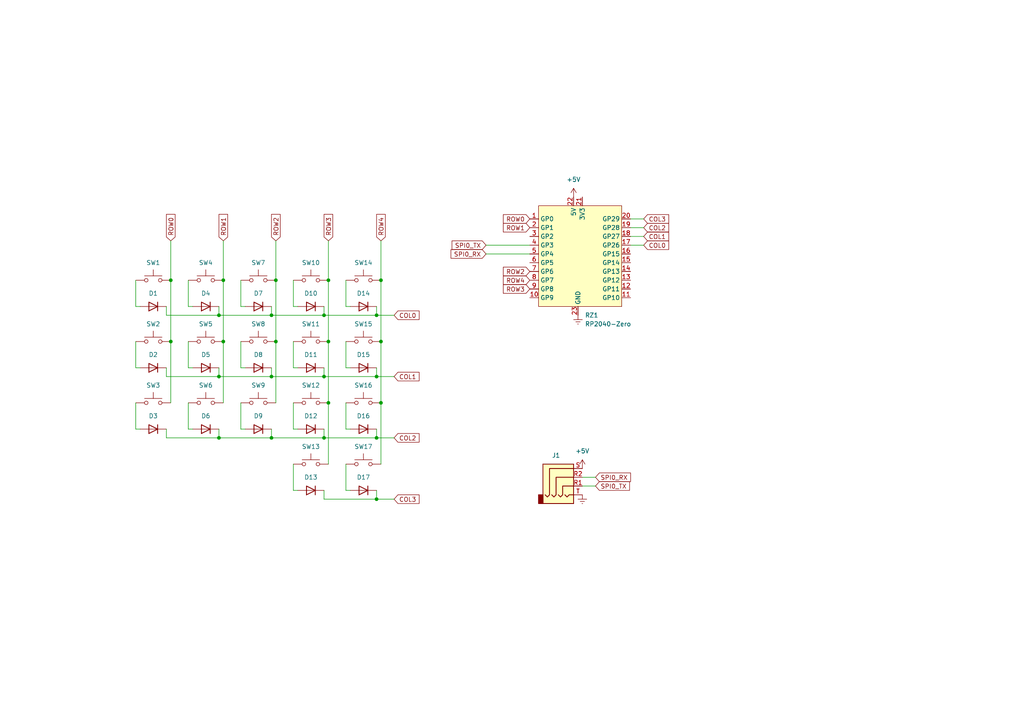
<source format=kicad_sch>
(kicad_sch (version 20211123) (generator eeschema)
  (paper "A4")
  (title_block (title "Moonkey") (date "2022-12-08") (rev "0.0.1b"))
  (lib_symbols
    (symbol "Connector:AudioJack4"
      (property "Reference" "J" (at 0 8.89 0))
      (property "Value" "AudioJack4" (at 0 6.35 0))
      (symbol "AudioJack4_0_1"
        (rectangle (start -6.35 -5.08) (end -7.62 -7.62) (stroke (width 0.254)) (fill (type outline)))
        (polyline (pts (xy 0 -5.08) (xy 0.635 -5.715) (xy 1.27 -5.08) (xy 2.54 -5.08)) (stroke (width 0.254)))
        (polyline (pts (xy -5.715 -5.08) (xy -5.08 -5.715) (xy -4.445 -5.08) (xy -4.445 2.54) (xy 2.54 2.54)) (stroke (width 0.254)))
        (polyline (pts (xy -1.905 -5.08) (xy -1.27 -5.715) (xy -0.635 -5.08) (xy -0.635 -2.54) (xy 2.54 -2.54)) (stroke (width 0.254)))
        (polyline (pts (xy 2.54 0) (xy -2.54 0) (xy -2.54 -5.08) (xy -3.175 -5.715) (xy -3.81 -5.08)) (stroke (width 0.254)))
        (rectangle (start 2.54 3.81) (end -6.35 -7.62) (stroke (width 0.254)) (fill (type background)))
      )
      (symbol "AudioJack4_1_1"
        (pin passive line (at 5.08 -2.54 180) (length 2.54) (name "~") (number "R1"))
        (pin passive line (at 5.08 0 180) (length 2.54) (name "~") (number "R2"))
        (pin passive line (at 5.08 2.54 180) (length 2.54) (name "~") (number "S"))
        (pin passive line (at 5.08 -5.08 180) (length 2.54) (name "~") (number "T"))
      )
    )
    (symbol "Diode:1N4148" (pin_numbers hide) (pin_names hide)
      (property "Reference" "D" (at 0 2.54 0))
      (property "Value" "1N4148" (at 0 -2.54 0))
      (symbol "1N4148_0_1"
        (polyline (pts (xy -1.27 1.27) (xy -1.27 -1.27)) (stroke (width 0.254)))
        (polyline (pts (xy 1.27 0) (xy -1.27 0)))
        (polyline (pts (xy 1.27 1.27) (xy 1.27 -1.27) (xy -1.27 0) (xy 1.27 1.27)) (stroke (width 0.254)))
      )
      (symbol "1N4148_1_1"
        (pin passive line (at -3.81 0 0) (length 2.54) (name "K") (number "1"))
        (pin passive line (at 3.81 0 180) (length 2.54) (name "A") (number "2"))
      )
    )
    (symbol "RP2040_Zero:RP2040-Zero"
      (property "Reference" "RZ" (at 0 0 0))
      (property "Value" "RP2040-Zero" (at 0 -2.54 0))
      (symbol "RP2040-Zero_0_1"
        (rectangle (start -11.43 -15.24) (end 12.7 13.97) (fill (type background)))
      )
      (symbol "RP2040-Zero_1_1"
        (pin bidirectional line (at -13.97 10.16 0) (length 2.54) (name "GP0") (number "1"))
        (pin bidirectional line (at -13.97 -12.7 0) (length 2.54) (name "GP9") (number "10"))
        (pin bidirectional line (at 15.24 -12.7 180) (length 2.54) (name "GP10") (number "11"))
        (pin bidirectional line (at 15.24 -10.16 180) (length 2.54) (name "GP11") (number "12"))
        (pin bidirectional line (at 15.24 -7.62 180) (length 2.54) (name "GP12") (number "13"))
        (pin bidirectional line (at 15.24 -5.08 180) (length 2.54) (name "GP13") (number "14"))
        (pin bidirectional line (at 15.24 -2.54 180) (length 2.54) (name "GP14") (number "15"))
        (pin bidirectional line (at 15.24 0 180) (length 2.54) (name "GP15") (number "16"))
        (pin bidirectional line (at 15.24 2.54 180) (length 2.54) (name "GP26") (number "17"))
        (pin bidirectional line (at 15.24 5.08 180) (length 2.54) (name "GP27") (number "18"))
        (pin bidirectional line (at 15.24 7.62 180) (length 2.54) (name "GP28") (number "19"))
        (pin bidirectional line (at -13.97 7.62 0) (length 2.54) (name "GP1") (number "2"))
        (pin bidirectional line (at 15.24 10.16 180) (length 2.54) (name "GP29") (number "20"))
        (pin power_in line (at 1.27 16.51 270) (length 2.54) (name "3V3") (number "21"))
        (pin power_in line (at -1.27 16.51 270) (length 2.54) (name "5V") (number "22"))
        (pin power_in line (at 0 -17.78 90) (length 2.54) (name "GND") (number "23"))
        (pin bidirectional line (at -13.97 5.08 0) (length 2.54) (name "GP2") (number "3"))
        (pin bidirectional line (at -13.97 2.54 0) (length 2.54) (name "GP3") (number "4"))
        (pin bidirectional line (at -13.97 0 0) (length 2.54) (name "GP4") (number "5"))
        (pin bidirectional line (at -13.97 -2.54 0) (length 2.54) (name "GP5") (number "6"))
        (pin bidirectional line (at -13.97 -5.08 0) (length 2.54) (name "GP6") (number "7"))
        (pin bidirectional line (at -13.97 -7.62 0) (length 2.54) (name "GP7") (number "8"))
        (pin bidirectional line (at -13.97 -10.16 0) (length 2.54) (name "GP8") (number "9"))
      )
    )
    (symbol "Switch:SW_Push" (pin_numbers hide) (pin_names (offset 1.016) hide)
      (property "Reference" "SW" (at 1.27 2.54 0))
      (property "Value" "SW_Push" (at 0 -1.524 0))
      (symbol "SW_Push_0_1"
        (circle (center -2.032 0) (radius 0.508))
        (polyline (pts (xy 0 1.27) (xy 0 3.048)))
        (polyline (pts (xy 2.54 1.27) (xy -2.54 1.27)))
        (circle (center 2.032 0) (radius 0.508))
        (pin passive line (at -5.08 0 0) (length 2.54) (name "1") (number "1"))
        (pin passive line (at 5.08 0 180) (length 2.54) (name "2") (number "2"))
      )
    )
    (symbol "power:+5V" (power) (pin_names (offset 0))
      (property "Value" "+5V" (at 0 3.556 0))
      (symbol "+5V_0_1"
        (polyline (pts (xy -0.762 1.27) (xy 0 2.54)))
        (polyline (pts (xy 0 0) (xy 0 2.54)))
        (polyline (pts (xy 0 2.54) (xy 0.762 1.27)))
      )
      (symbol "+5V_1_1"
        (pin power_in line (at 0 0 90) (length 0) hide (name "+5V") (number "1"))
      )
    )
    (symbol "power:Earth" (power) (pin_names (offset 0))
      (symbol "Earth_0_1"
        (polyline (pts (xy -0.635 -1.905) (xy 0.635 -1.905)))
        (polyline (pts (xy -0.127 -2.54) (xy 0.127 -2.54)))
        (polyline (pts (xy 0 -1.27) (xy 0 0)))
        (polyline (pts (xy 1.27 -1.27) (xy -1.27 -1.27)))
      )
      (symbol "Earth_1_1"
        (pin power_in line (at 0 0 270) (length 0) hide (name "Earth") (number "1"))
      )
    )
  )
  (junction (at 63.5 127))
  (junction (at 80.01 99.06))
  (junction (at 95.25 116.84))
  (junction (at 110.49 116.84))
  (junction (at 78.74 109.22))
  (junction (at 93.98 127))
  (junction (at 63.5 91.44))
  (junction (at 110.49 99.06))
  (junction (at 109.22 91.44))
  (junction (at 80.01 81.28))
  (junction (at 78.74 127))
  (junction (at 64.77 99.06))
  (junction (at 109.22 109.22))
  (junction (at 63.5 109.22))
  (junction (at 95.25 99.06))
  (junction (at 110.49 81.28))
  (junction (at 64.77 81.28))
  (junction (at 78.74 91.44))
  (junction (at 109.22 127))
  (junction (at 95.25 81.28))
  (junction (at 109.22 144.78))
  (junction (at 49.53 81.28))
  (junction (at 93.98 91.44))
  (junction (at 93.98 109.22))
  (junction (at 49.53 99.06))
  (wire (pts (xy 186.69 68.58) (xy 182.88 68.58)))
  (wire (pts (xy 100.33 81.28) (xy 100.33 88.9)))
  (wire (pts (xy 49.53 81.28) (xy 49.53 99.06)))
  (wire (pts (xy 64.77 69.85) (xy 64.77 81.28)))
  (wire (pts (xy 39.37 124.46) (xy 40.64 124.46)))
  (wire (pts (xy 63.5 109.22) (xy 78.74 109.22)))
  (wire (pts (xy 63.5 91.44) (xy 78.74 91.44)))
  (wire (pts (xy 85.09 88.9) (xy 86.36 88.9)))
  (wire (pts (xy 85.09 106.68) (xy 86.36 106.68)))
  (wire (pts (xy 95.25 99.06) (xy 95.25 116.84)))
  (wire (pts (xy 64.77 99.06) (xy 64.77 116.84)))
  (wire (pts (xy 69.85 99.06) (xy 69.85 106.68)))
  (wire (pts (xy 80.01 69.85) (xy 80.01 81.28)))
  (wire (pts (xy 109.22 88.9) (xy 109.22 91.44)))
  (wire (pts (xy 168.91 140.97) (xy 172.72 140.97)))
  (wire (pts (xy 93.98 127) (xy 109.22 127)))
  (wire (pts (xy 49.53 99.06) (xy 49.53 116.84)))
  (wire (pts (xy 100.33 134.62) (xy 100.33 142.24)))
  (wire (pts (xy 140.97 73.66) (xy 153.67 73.66)))
  (wire (pts (xy 64.77 81.28) (xy 64.77 99.06)))
  (wire (pts (xy 39.37 88.9) (xy 40.64 88.9)))
  (wire (pts (xy 100.33 88.9) (xy 101.6 88.9)))
  (wire (pts (xy 186.69 71.12) (xy 182.88 71.12)))
  (wire (pts (xy 39.37 81.28) (xy 39.37 88.9)))
  (wire (pts (xy 54.61 116.84) (xy 54.61 124.46)))
  (wire (pts (xy 100.33 99.06) (xy 100.33 106.68)))
  (wire (pts (xy 69.85 106.68) (xy 71.12 106.68)))
  (wire (pts (xy 69.85 88.9) (xy 71.12 88.9)))
  (wire (pts (xy 85.09 124.46) (xy 86.36 124.46)))
  (wire (pts (xy 49.53 69.85) (xy 49.53 81.28)))
  (wire (pts (xy 140.97 71.12) (xy 153.67 71.12)))
  (wire (pts (xy 85.09 142.24) (xy 86.36 142.24)))
  (wire (pts (xy 186.69 63.5) (xy 182.88 63.5)))
  (wire (pts (xy 80.01 81.28) (xy 80.01 99.06)))
  (wire (pts (xy 95.25 69.85) (xy 95.25 81.28)))
  (wire (pts (xy 85.09 81.28) (xy 85.09 88.9)))
  (wire (pts (xy 109.22 142.24) (xy 109.22 144.78)))
  (wire (pts (xy 69.85 81.28) (xy 69.85 88.9)))
  (wire (pts (xy 63.5 127) (xy 78.74 127)))
  (wire (pts (xy 78.74 91.44) (xy 93.98 91.44)))
  (wire (pts (xy 109.22 144.78) (xy 114.3 144.78)))
  (wire (pts (xy 78.74 127) (xy 93.98 127)))
  (wire (pts (xy 69.85 124.46) (xy 71.12 124.46)))
  (wire (pts (xy 93.98 106.68) (xy 93.98 109.22)))
  (wire (pts (xy 54.61 124.46) (xy 55.88 124.46)))
  (wire (pts (xy 168.91 138.43) (xy 172.72 138.43)))
  (wire (pts (xy 100.33 142.24) (xy 101.6 142.24)))
  (wire (pts (xy 78.74 109.22) (xy 93.98 109.22)))
  (wire (pts (xy 110.49 81.28) (xy 110.49 99.06)))
  (wire (pts (xy 109.22 91.44) (xy 114.3 91.44)))
  (wire (pts (xy 110.49 69.85) (xy 110.49 81.28)))
  (wire (pts (xy 39.37 106.68) (xy 40.64 106.68)))
  (wire (pts (xy 54.61 106.68) (xy 55.88 106.68)))
  (wire (pts (xy 95.25 116.84) (xy 95.25 134.62)))
  (wire (pts (xy 85.09 116.84) (xy 85.09 124.46)))
  (wire (pts (xy 109.22 124.46) (xy 109.22 127)))
  (wire (pts (xy 48.26 91.44) (xy 63.5 91.44)))
  (wire (pts (xy 85.09 134.62) (xy 85.09 142.24)))
  (wire (pts (xy 100.33 124.46) (xy 101.6 124.46)))
  (wire (pts (xy 93.98 91.44) (xy 109.22 91.44)))
  (wire (pts (xy 54.61 81.28) (xy 54.61 88.9)))
  (wire (pts (xy 95.25 81.28) (xy 95.25 99.06)))
  (wire (pts (xy 80.01 99.06) (xy 80.01 116.84)))
  (wire (pts (xy 93.98 142.24) (xy 93.98 144.78)))
  (wire (pts (xy 63.5 88.9) (xy 63.5 91.44)))
  (wire (pts (xy 48.26 88.9) (xy 48.26 91.44)))
  (wire (pts (xy 39.37 116.84) (xy 39.37 124.46)))
  (wire (pts (xy 39.37 99.06) (xy 39.37 106.68)))
  (wire (pts (xy 63.5 106.68) (xy 63.5 109.22)))
  (wire (pts (xy 186.69 66.04) (xy 182.88 66.04)))
  (wire (pts (xy 48.26 124.46) (xy 48.26 127)))
  (wire (pts (xy 78.74 124.46) (xy 78.74 127)))
  (wire (pts (xy 78.74 106.68) (xy 78.74 109.22)))
  (wire (pts (xy 100.33 106.68) (xy 101.6 106.68)))
  (wire (pts (xy 110.49 99.06) (xy 110.49 116.84)))
  (wire (pts (xy 109.22 109.22) (xy 114.3 109.22)))
  (wire (pts (xy 109.22 106.68) (xy 109.22 109.22)))
  (wire (pts (xy 109.22 127) (xy 114.3 127)))
  (wire (pts (xy 93.98 144.78) (xy 109.22 144.78)))
  (wire (pts (xy 69.85 116.84) (xy 69.85 124.46)))
  (wire (pts (xy 54.61 99.06) (xy 54.61 106.68)))
  (wire (pts (xy 110.49 116.84) (xy 110.49 134.62)))
  (wire (pts (xy 48.26 106.68) (xy 48.26 109.22)))
  (wire (pts (xy 85.09 99.06) (xy 85.09 106.68)))
  (wire (pts (xy 93.98 88.9) (xy 93.98 91.44)))
  (wire (pts (xy 63.5 124.46) (xy 63.5 127)))
  (wire (pts (xy 100.33 116.84) (xy 100.33 124.46)))
  (wire (pts (xy 93.98 109.22) (xy 109.22 109.22)))
  (wire (pts (xy 48.26 109.22) (xy 63.5 109.22)))
  (wire (pts (xy 54.61 88.9) (xy 55.88 88.9)))
  (wire (pts (xy 48.26 127) (xy 63.5 127)))
  (wire (pts (xy 78.74 88.9) (xy 78.74 91.44)))
  (wire (pts (xy 93.98 124.46) (xy 93.98 127)))
  (global_label "COL2" (shape input) (at 186.69 66.04 0) (property "시트 간 참조" "${INTERSHEET_REFS}" (effects hide)))
  (global_label "ROW0" (shape input) (at 153.67 63.5 180) (property "시트 간 참조" "${INTERSHEET_REFS}" (effects hide)))
  (global_label "COL0" (shape input) (at 186.69 71.12 0) (property "시트 간 참조" "${INTERSHEET_REFS}" (effects hide)))
  (global_label "ROW1" (shape input) (at 64.77 69.85 90) (property "시트 간 참조" "${INTERSHEET_REFS}" (effects hide)))
  (global_label "ROW4" (shape input) (at 110.49 69.85 90) (property "시트 간 참조" "${INTERSHEET_REFS}" (effects hide)))
  (global_label "ROW1" (shape input) (at 153.67 66.04 180) (property "시트 간 참조" "${INTERSHEET_REFS}" (effects hide)))
  (global_label "SPI0_TX" (shape input) (at 140.97 71.12 180) (property "시트 간 참조" "${INTERSHEET_REFS}" (effects hide)))
  (global_label "ROW3" (shape input) (at 153.67 83.82 180) (property "시트 간 참조" "${INTERSHEET_REFS}" (effects hide)))
  (global_label "SPI0_TX" (shape input) (at 172.72 140.97 0) (property "시트 간 참조" "${INTERSHEET_REFS}" (effects hide)))
  (global_label "COL3" (shape input) (at 114.3 144.78 0) (property "시트 간 참조" "${INTERSHEET_REFS}" (effects hide)))
  (global_label "COL2" (shape input) (at 114.3 127 0) (property "시트 간 참조" "${INTERSHEET_REFS}" (effects hide)))
  (global_label "ROW3" (shape input) (at 95.25 69.85 90) (property "시트 간 참조" "${INTERSHEET_REFS}" (effects hide)))
  (global_label "ROW2" (shape input) (at 153.67 78.74 180) (property "시트 간 참조" "${INTERSHEET_REFS}" (effects hide)))
  (global_label "COL3" (shape input) (at 186.69 63.5 0) (property "시트 간 참조" "${INTERSHEET_REFS}" (effects hide)))
  (global_label "ROW4" (shape input) (at 153.67 81.28 180) (property "시트 간 참조" "${INTERSHEET_REFS}" (effects hide)))
  (global_label "COL1" (shape input) (at 186.69 68.58 0) (property "시트 간 참조" "${INTERSHEET_REFS}" (effects hide)))
  (global_label "SPI0_RX" (shape input) (at 172.72 138.43 0) (property "시트 간 참조" "${INTERSHEET_REFS}" (effects hide)))
  (global_label "SPI0_RX" (shape input) (at 140.97 73.66 180) (property "시트 간 참조" "${INTERSHEET_REFS}" (effects hide)))
  (global_label "ROW2" (shape input) (at 80.01 69.85 90) (property "시트 간 참조" "${INTERSHEET_REFS}" (effects hide)))
  (global_label "COL1" (shape input) (at 114.3 109.22 0) (property "시트 간 참조" "${INTERSHEET_REFS}" (effects hide)))
  (global_label "COL0" (shape input) (at 114.3 91.44 0) (property "시트 간 참조" "${INTERSHEET_REFS}" (effects hide)))
  (global_label "ROW0" (shape input) (at 49.53 69.85 90) (property "시트 간 참조" "${INTERSHEET_REFS}" (effects hide)))
  (symbol (lib_id "Connector:AudioJack4") (at 163.83 138.43 0) (unit 1)
    (property "Reference" "J1" (at 161.29 132.08 0))
    (property "Value" "AudioJack4" (effects hide))
    (property "Footprint" "moonkey:PJ320A" (effects hide))
  )
  (symbol (lib_id "power:+5V") (at 166.37 57.15 0) (unit 1)
    (property "Reference" "#PWR?" (effects hide))
    (property "Value" "+5V" (at 166.37 52.07 0))
  )
  (symbol (lib_id "Diode:1N4148") (at 59.69 88.9 180) (unit 1)
    (property "Reference" "D4" (at 59.69 85.09 0))
    (property "Value" "1N4148" (effects hide))
    (property "Footprint" "Diode_THT:D_DO-35_SOD27_P7.62mm_Horizontal" (effects hide))
    (property "Datasheet" "https://assets.nexperia.com/documents/data-sheet/1N4148_1N4448.pdf" (effects hide))
  )
  (symbol (lib_id "Switch:SW_Push") (at 105.41 81.28 0) (unit 1)
    (property "Reference" "SW14" (at 105.41 76.2 0))
    (property "Value" "SW_Push" (effects hide))
    (property "Footprint" "moonkey:Cherry_1u_rev" (effects hide))
  )
  (symbol (lib_id "Diode:1N4148") (at 105.41 88.9 180) (unit 1)
    (property "Reference" "D14" (at 105.41 85.09 0))
    (property "Value" "1N4148" (effects hide))
    (property "Footprint" "Diode_THT:D_DO-35_SOD27_P7.62mm_Horizontal" (effects hide))
    (property "Datasheet" "https://assets.nexperia.com/documents/data-sheet/1N4148_1N4448.pdf" (effects hide))
  )
  (symbol (lib_id "Diode:1N4148") (at 44.45 124.46 180) (unit 1)
    (property "Reference" "D3" (at 44.45 120.65 0))
    (property "Value" "1N4148" (effects hide))
    (property "Footprint" "Diode_THT:D_DO-35_SOD27_P7.62mm_Horizontal" (effects hide))
    (property "Datasheet" "https://assets.nexperia.com/documents/data-sheet/1N4148_1N4448.pdf" (effects hide))
  )
  (symbol (lib_id "power:Earth") (at 167.64 91.44 0) (unit 1)
    (property "Reference" "#PWR?" (effects hide))
    (property "Value" "Earth" (effects hide))
  )
  (symbol (lib_id "Switch:SW_Push") (at 44.45 116.84 0) (unit 1)
    (property "Reference" "SW3" (at 44.45 111.76 0))
    (property "Value" "SW_Push" (effects hide))
    (property "Footprint" "moonkey:Cherry_1u_rev" (effects hide))
  )
  (symbol (lib_id "Switch:SW_Push") (at 74.93 116.84 0) (unit 1)
    (property "Reference" "SW9" (at 74.93 111.76 0))
    (property "Value" "SW_Push" (effects hide))
    (property "Footprint" "moonkey:Cherry_1u_rev" (effects hide))
  )
  (symbol (lib_id "Diode:1N4148") (at 74.93 124.46 180) (unit 1)
    (property "Reference" "D9" (at 74.93 120.65 0))
    (property "Value" "1N4148" (effects hide))
    (property "Footprint" "Diode_THT:D_DO-35_SOD27_P7.62mm_Horizontal" (effects hide))
    (property "Datasheet" "https://assets.nexperia.com/documents/data-sheet/1N4148_1N4448.pdf" (effects hide))
  )
  (symbol (lib_id "Diode:1N4148") (at 74.93 88.9 180) (unit 1)
    (property "Reference" "D7" (at 74.93 85.09 0))
    (property "Value" "1N4148" (effects hide))
    (property "Footprint" "Diode_THT:D_DO-35_SOD27_P7.62mm_Horizontal" (effects hide))
    (property "Datasheet" "https://assets.nexperia.com/documents/data-sheet/1N4148_1N4448.pdf" (effects hide))
  )
  (symbol (lib_id "RP2040_Zero:RP2040-Zero") (at 167.64 73.66 0) (unit 1)
    (property "Reference" "RZ1" (at 169.6594 91.44 0) (effects (justify left)))
    (property "Value" "RP2040-Zero" (at 169.6594 93.98 0) (effects (justify left)))
    (property "Footprint" "moonkey:RP2040" (effects hide))
  )
  (symbol (lib_id "power:Earth") (at 168.91 143.51 0) (unit 1)
    (property "Reference" "#PWR?" (effects hide))
    (property "Value" "Earth" (effects hide))
  )
  (symbol (lib_id "Switch:SW_Push") (at 59.69 116.84 0) (unit 1)
    (property "Reference" "SW6" (at 59.69 111.76 0))
    (property "Value" "SW_Push" (effects hide))
    (property "Footprint" "moonkey:Cherry_1u_rev" (effects hide))
  )
  (symbol (lib_id "Diode:1N4148") (at 74.93 106.68 180) (unit 1)
    (property "Reference" "D8" (at 74.93 102.87 0))
    (property "Value" "1N4148" (effects hide))
    (property "Footprint" "Diode_THT:D_DO-35_SOD27_P7.62mm_Horizontal" (effects hide))
    (property "Datasheet" "https://assets.nexperia.com/documents/data-sheet/1N4148_1N4448.pdf" (effects hide))
  )
  (symbol (lib_id "power:+5V") (at 168.91 135.89 0) (unit 1)
    (property "Reference" "#PWR?" (effects hide))
    (property "Value" "+5V" (at 168.91 130.81 0))
  )
  (symbol (lib_id "Switch:SW_Push") (at 59.69 99.06 0) (unit 1)
    (property "Reference" "SW5" (at 59.69 93.98 0))
    (property "Value" "SW_Push" (effects hide))
    (property "Footprint" "moonkey:Cherry_1u_rev" (effects hide))
  )
  (symbol (lib_id "Switch:SW_Push") (at 44.45 99.06 0) (unit 1)
    (property "Reference" "SW2" (at 44.45 93.98 0))
    (property "Value" "SW_Push" (effects hide))
    (property "Footprint" "moonkey:Cherry_1u_rev" (effects hide))
  )
  (symbol (lib_id "Switch:SW_Push") (at 90.17 134.62 0) (unit 1)
    (property "Reference" "SW13" (at 90.17 129.54 0))
    (property "Value" "SW_Push" (effects hide))
    (property "Footprint" "moonkey:Cherry_1u_rev" (effects hide))
  )
  (symbol (lib_id "Switch:SW_Push") (at 105.41 116.84 0) (unit 1)
    (property "Reference" "SW16" (at 105.41 111.76 0))
    (property "Value" "SW_Push" (effects hide))
    (property "Footprint" "moonkey:Cherry_1u_rev" (effects hide))
  )
  (symbol (lib_id "Switch:SW_Push") (at 90.17 99.06 0) (unit 1)
    (property "Reference" "SW11" (at 90.17 93.98 0))
    (property "Value" "SW_Push" (effects hide))
    (property "Footprint" "moonkey:Cherry_1u_rev" (effects hide))
  )
  (symbol (lib_id "Diode:1N4148") (at 105.41 142.24 180) (unit 1)
    (property "Reference" "D17" (at 105.41 138.43 0))
    (property "Value" "1N4148" (effects hide))
    (property "Footprint" "Diode_THT:D_DO-35_SOD27_P7.62mm_Horizontal" (effects hide))
    (property "Datasheet" "https://assets.nexperia.com/documents/data-sheet/1N4148_1N4448.pdf" (effects hide))
  )
  (symbol (lib_id "Diode:1N4148") (at 59.69 106.68 180) (unit 1)
    (property "Reference" "D5" (at 59.69 102.87 0))
    (property "Value" "1N4148" (effects hide))
    (property "Footprint" "Diode_THT:D_DO-35_SOD27_P7.62mm_Horizontal" (effects hide))
    (property "Datasheet" "https://assets.nexperia.com/documents/data-sheet/1N4148_1N4448.pdf" (effects hide))
  )
  (symbol (lib_id "Switch:SW_Push") (at 90.17 116.84 0) (unit 1)
    (property "Reference" "SW12" (at 90.17 111.76 0))
    (property "Value" "SW_Push" (effects hide))
    (property "Footprint" "moonkey:Cherry_1u_rev" (effects hide))
  )
  (symbol (lib_id "Switch:SW_Push") (at 74.93 81.28 0) (unit 1)
    (property "Reference" "SW7" (at 74.93 76.2 0))
    (property "Value" "SW_Push" (effects hide))
    (property "Footprint" "moonkey:Cherry_1u_rev" (effects hide))
  )
  (symbol (lib_id "Diode:1N4148") (at 90.17 106.68 180) (unit 1)
    (property "Reference" "D11" (at 90.17 102.87 0))
    (property "Value" "1N4148" (effects hide))
    (property "Footprint" "Diode_THT:D_DO-35_SOD27_P7.62mm_Horizontal" (effects hide))
    (property "Datasheet" "https://assets.nexperia.com/documents/data-sheet/1N4148_1N4448.pdf" (effects hide))
  )
  (symbol (lib_id "Switch:SW_Push") (at 105.41 134.62 0) (unit 1)
    (property "Reference" "SW17" (at 105.41 129.54 0))
    (property "Value" "SW_Push" (effects hide))
    (property "Footprint" "moonkey:Cherry_1u_rev" (effects hide))
  )
  (symbol (lib_id "Switch:SW_Push") (at 59.69 81.28 0) (unit 1)
    (property "Reference" "SW4" (at 59.69 76.2 0))
    (property "Value" "SW_Push" (effects hide))
    (property "Footprint" "moonkey:Cherry_1u_rev" (effects hide))
  )
  (symbol (lib_id "Diode:1N4148") (at 90.17 124.46 180) (unit 1)
    (property "Reference" "D12" (at 90.17 120.65 0))
    (property "Value" "1N4148" (effects hide))
    (property "Footprint" "Diode_THT:D_DO-35_SOD27_P7.62mm_Horizontal" (effects hide))
    (property "Datasheet" "https://assets.nexperia.com/documents/data-sheet/1N4148_1N4448.pdf" (effects hide))
  )
  (symbol (lib_id "Diode:1N4148") (at 90.17 88.9 180) (unit 1)
    (property "Reference" "D10" (at 90.17 85.09 0))
    (property "Value" "1N4148" (effects hide))
    (property "Footprint" "Diode_THT:D_DO-35_SOD27_P7.62mm_Horizontal" (effects hide))
    (property "Datasheet" "https://assets.nexperia.com/documents/data-sheet/1N4148_1N4448.pdf" (effects hide))
  )
  (symbol (lib_id "Diode:1N4148") (at 59.69 124.46 180) (unit 1)
    (property "Reference" "D6" (at 59.69 120.65 0))
    (property "Value" "1N4148" (effects hide))
    (property "Footprint" "Diode_THT:D_DO-35_SOD27_P7.62mm_Horizontal" (effects hide))
    (property "Datasheet" "https://assets.nexperia.com/documents/data-sheet/1N4148_1N4448.pdf" (effects hide))
  )
  (symbol (lib_id "Diode:1N4148") (at 105.41 106.68 180) (unit 1)
    (property "Reference" "D15" (at 105.41 102.87 0))
    (property "Value" "1N4148" (effects hide))
    (property "Footprint" "Diode_THT:D_DO-35_SOD27_P7.62mm_Horizontal" (effects hide))
    (property "Datasheet" "https://assets.nexperia.com/documents/data-sheet/1N4148_1N4448.pdf" (effects hide))
  )
  (symbol (lib_id "Switch:SW_Push") (at 90.17 81.28 0) (unit 1)
    (property "Reference" "SW10" (at 90.17 76.2 0))
    (property "Value" "SW_Push" (effects hide))
    (property "Footprint" "moonkey:Cherry_1u_rev" (effects hide))
  )
  (symbol (lib_id "Switch:SW_Push") (at 105.41 99.06 0) (unit 1)
    (property "Reference" "SW15" (at 105.41 93.98 0))
    (property "Value" "SW_Push" (effects hide))
    (property "Footprint" "moonkey:Cherry_1u_rev" (effects hide))
  )
  (symbol (lib_id "Diode:1N4148") (at 44.45 88.9 180) (unit 1)
    (property "Reference" "D1" (at 44.45 85.09 0))
    (property "Value" "1N4148" (effects hide))
    (property "Footprint" "Diode_THT:D_DO-35_SOD27_P7.62mm_Horizontal" (effects hide))
    (property "Datasheet" "https://assets.nexperia.com/documents/data-sheet/1N4148_1N4448.pdf" (effects hide))
  )
  (symbol (lib_id "Switch:SW_Push") (at 44.45 81.28 0) (unit 1)
    (property "Reference" "SW1" (at 44.45 76.2 0))
    (property "Value" "SW_Push" (effects hide))
    (property "Footprint" "moonkey:Cherry_1u_rev" (effects hide))
  )
  (symbol (lib_id "Diode:1N4148") (at 44.45 106.68 180) (unit 1)
    (property "Reference" "D2" (at 44.45 102.87 0))
    (property "Value" "1N4148" (effects hide))
    (property "Footprint" "Diode_THT:D_DO-35_SOD27_P7.62mm_Horizontal" (effects hide))
    (property "Datasheet" "https://assets.nexperia.com/documents/data-sheet/1N4148_1N4448.pdf" (effects hide))
  )
  (symbol (lib_id "Switch:SW_Push") (at 74.93 99.06 0) (unit 1)
    (property "Reference" "SW8" (at 74.93 93.98 0))
    (property "Value" "SW_Push" (effects hide))
    (property "Footprint" "moonkey:Cherry_1u_rev" (effects hide))
  )
  (symbol (lib_id "Diode:1N4148") (at 90.17 142.24 180) (unit 1)
    (property "Reference" "D13" (at 90.17 138.43 0))
    (property "Value" "1N4148" (effects hide))
    (property "Footprint" "Diode_THT:D_DO-35_SOD27_P7.62mm_Horizontal" (effects hide))
    (property "Datasheet" "https://assets.nexperia.com/documents/data-sheet/1N4148_1N4448.pdf" (effects hide))
  )
  (symbol (lib_id "Diode:1N4148") (at 105.41 124.46 180) (unit 1)
    (property "Reference" "D16" (at 105.41 120.65 0))
    (property "Value" "1N4148" (effects hide))
    (property "Footprint" "Diode_THT:D_DO-35_SOD27_P7.62mm_Horizontal" (effects hide))
    (property "Datasheet" "https://assets.nexperia.com/documents/data-sheet/1N4148_1N4448.pdf" (effects hide))
  )
)
</source>
